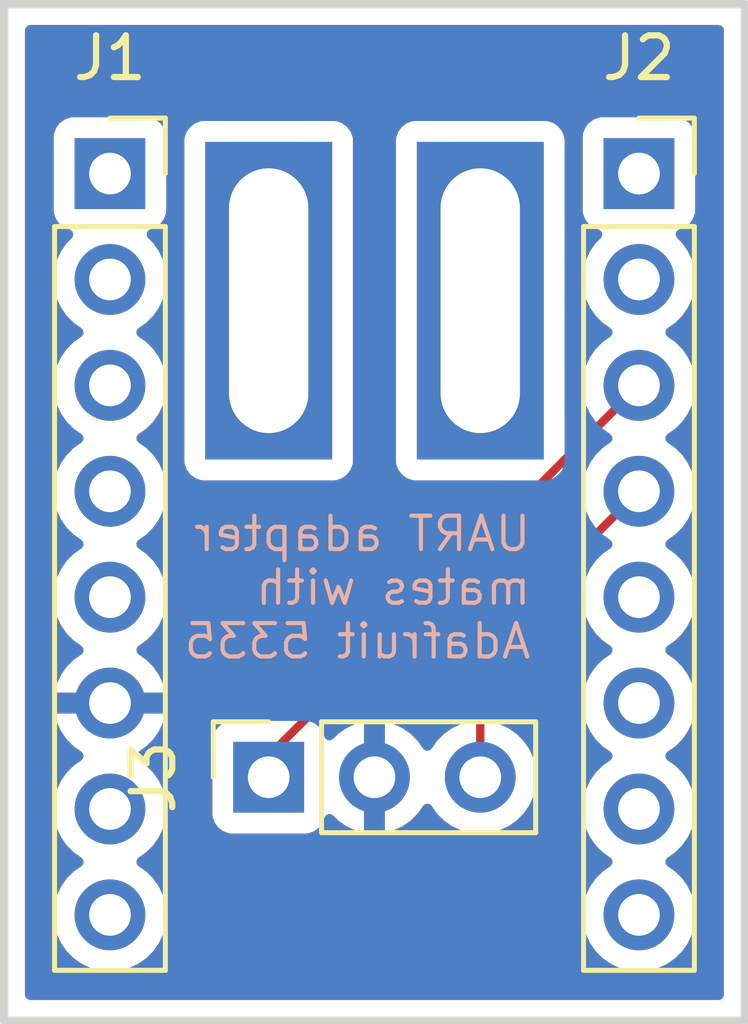
<source format=kicad_pcb>
(kicad_pcb (version 20221018) (generator pcbnew)
  (layers (0 "F.Cu" signal) (31 "B.Cu" signal) (34 "B.Paste" user) (35 "F.Paste" user) (36 "B.SilkS" user "B.Silkscreen") (37 "F.SilkS" user "F.Silkscreen") (38 "B.Mask" user) (39 "F.Mask" user) (44 "Edge.Cuts" user))
  (net 0 "")
  (net 6 "Net-(J1-Pin_6)")
  (net 11 "Net-(J2-Pin_3)")
  (net 12 "Net-(J2-Pin_4)")
  (footprint "Connector_PinSocket_2.54mm:PinSocket_1x08_P2.54mm_Vertical" (layer "F.Cu") (at 96.52 70.611)
    (fp_text reference "J2" (at 0 -2.77) (layer "F.SilkS"))
    (fp_text value "Conn_01x08_MountingPin" hide)
    (fp_line (start -1.33 1.27) (end -1.33 19.11) (stroke (width 0.12)) (layer "F.SilkS"))
    (fp_line (start -1.33 1.27) (end 1.33 1.27) (stroke (width 0.12)) (layer "F.SilkS"))
    (fp_line (start -1.33 19.11) (end 1.33 19.11) (stroke (width 0.12)) (layer "F.SilkS"))
    (fp_line (start 0 -1.33) (end 1.33 -1.33) (stroke (width 0.12)) (layer "F.SilkS"))
    (fp_line (start 1.33 -1.33) (end 1.33 0) (stroke (width 0.12)) (layer "F.SilkS"))
    (fp_line (start 1.33 1.27) (end 1.33 19.11) (stroke (width 0.12)) (layer "F.SilkS"))
    (pad "1" thru_hole rect (at 0 0) (size 1.7 1.7) (drill 1) (layers "*.Cu" "*.Mask"))
    (pad "2" thru_hole oval (at 0 2.54) (size 1.7 1.7) (drill 1) (layers "*.Cu" "*.Mask"))
    (pad "3" thru_hole oval (at 0 5.08) (size 1.7 1.7) (drill 1) (layers "*.Cu" "*.Mask") (net 11 "Net-(J2-Pin_3)"))
    (pad "4" thru_hole oval (at 0 7.62) (size 1.7 1.7) (drill 1) (layers "*.Cu" "*.Mask") (net 12 "Net-(J2-Pin_4)"))
    (pad "5" thru_hole oval (at 0 10.16) (size 1.7 1.7) (drill 1) (layers "*.Cu" "*.Mask"))
    (pad "6" thru_hole oval (at 0 12.7) (size 1.7 1.7) (drill 1) (layers "*.Cu" "*.Mask"))
    (pad "7" thru_hole oval (at 0 15.24) (size 1.7 1.7) (drill 1) (layers "*.Cu" "*.Mask"))
    (pad "8" thru_hole oval (at 0 17.78) (size 1.7 1.7) (drill 1) (layers "*.Cu" "*.Mask"))
  )
  (footprint "Slots:Slot_For_Zipties" (layer "F.Cu") (at 87.63 73.66)
    (fp_text reference "H1" hide)
    (fp_text value "MountingHole" hide)
    (pad "1" thru_hole rect (at 0 0) (size 3.048 7.62) (drill oval 1.905 6.35) (layers "*.Cu" "*.Mask"))
  )
  (footprint "Connector_PinSocket_2.54mm:PinSocket_1x03_P2.54mm_Vertical" (layer "F.Cu") (at 87.63 85.09 90)
    (fp_text reference "J3" (at 0 -2.77 90) (layer "F.SilkS"))
    (fp_text value "Conn_01x03_MountingPin" hide)
    (fp_line (start -1.33 1.27) (end -1.33 6.41) (stroke (width 0.12)) (layer "F.SilkS"))
    (fp_line (start -1.33 1.27) (end 1.33 1.27) (stroke (width 0.12)) (layer "F.SilkS"))
    (fp_line (start -1.33 6.41) (end 1.33 6.41) (stroke (width 0.12)) (layer "F.SilkS"))
    (fp_line (start 0 -1.33) (end 1.33 -1.33) (stroke (width 0.12)) (layer "F.SilkS"))
    (fp_line (start 1.33 -1.33) (end 1.33 0) (stroke (width 0.12)) (layer "F.SilkS"))
    (fp_line (start 1.33 1.27) (end 1.33 6.41) (stroke (width 0.12)) (layer "F.SilkS"))
    (pad "1" thru_hole rect (at 0 0 90) (size 1.7 1.7) (drill 1) (layers "*.Cu" "*.Mask") (net 11 "Net-(J2-Pin_3)"))
    (pad "2" thru_hole oval (at 0 2.54 90) (size 1.7 1.7) (drill 1) (layers "*.Cu" "*.Mask") (net 6 "Net-(J1-Pin_6)"))
    (pad "3" thru_hole oval (at 0 5.08 90) (size 1.7 1.7) (drill 1) (layers "*.Cu" "*.Mask") (net 12 "Net-(J2-Pin_4)"))
  )
  (footprint "Slots:Slot_For_Zipties" (layer "F.Cu") (at 92.71 73.66)
    (fp_text reference "H2" hide)
    (fp_text value "MountingHole" hide)
    (pad "1" thru_hole rect (at 0 0) (size 3.048 7.62) (drill oval 1.905 6.35) (layers "*.Cu" "*.Mask"))
  )
  (footprint "Connector_PinSocket_2.54mm:PinSocket_1x08_P2.54mm_Vertical" (layer "F.Cu") (at 83.82 70.611)
    (fp_text reference "J1" (at 0 -2.77) (layer "F.SilkS"))
    (fp_text value "Conn_01x08_MountingPin" hide)
    (fp_line (start -1.33 1.27) (end -1.33 19.11) (stroke (width 0.12)) (layer "F.SilkS"))
    (fp_line (start -1.33 1.27) (end 1.33 1.27) (stroke (width 0.12)) (layer "F.SilkS"))
    (fp_line (start -1.33 19.11) (end 1.33 19.11) (stroke (width 0.12)) (layer "F.SilkS"))
    (fp_line (start 0 -1.33) (end 1.33 -1.33) (stroke (width 0.12)) (layer "F.SilkS"))
    (fp_line (start 1.33 -1.33) (end 1.33 0) (stroke (width 0.12)) (layer "F.SilkS"))
    (fp_line (start 1.33 1.27) (end 1.33 19.11) (stroke (width 0.12)) (layer "F.SilkS"))
    (pad "1" thru_hole rect (at 0 0) (size 1.7 1.7) (drill 1) (layers "*.Cu" "*.Mask"))
    (pad "2" thru_hole oval (at 0 2.54) (size 1.7 1.7) (drill 1) (layers "*.Cu" "*.Mask"))
    (pad "3" thru_hole oval (at 0 5.08) (size 1.7 1.7) (drill 1) (layers "*.Cu" "*.Mask"))
    (pad "4" thru_hole oval (at 0 7.62) (size 1.7 1.7) (drill 1) (layers "*.Cu" "*.Mask"))
    (pad "5" thru_hole oval (at 0 10.16) (size 1.7 1.7) (drill 1) (layers "*.Cu" "*.Mask"))
    (pad "6" thru_hole oval (at 0 12.7) (size 1.7 1.7) (drill 1) (layers "*.Cu" "*.Mask") (net 6 "Net-(J1-Pin_6)"))
    (pad "7" thru_hole oval (at 0 15.24) (size 1.7 1.7) (drill 1) (layers "*.Cu" "*.Mask"))
    (pad "8" thru_hole oval (at 0 17.78) (size 1.7 1.7) (drill 1) (layers "*.Cu" "*.Mask"))
  )
  (gr_rect (start 81.28 66.548) (end 99.06 90.932) (stroke (width 0.2)) (fill none) (layer "Edge.Cuts"))
  (gr_text "UART adapter\nmates with\nAdafruit 5335" (at 93.98 82.296) (layer "B.SilkS") (effects (font (size 0.8 0.8) (thickness 0.1)) (justify left bottom mirror)))
  (segment (start 96.52 75.691) (end 87.63 84.581) (width 0.2) (layer "F.Cu") (net 11))
  (segment (start 87.63 84.581) (end 87.63 85.09) (width 0.2) (layer "F.Cu") (net 11))
  (segment (start 92.71 82.041) (end 92.71 85.09) (width 0.2) (layer "F.Cu") (net 12))
  (segment (start 96.52 78.231) (end 92.71 82.041) (width 0.2) (layer "F.Cu") (net 12))
  (zone (net 6) (net_name "Net-(J1-Pin_6)") (layer "F.Cu") (connect_pads (clearance 0.5)) (min_thickness 0.25) (fill yes (thermal_gap 0.5) (thermal_bridge_width 0.5))
    (polygon (pts (xy 99.06 66.548) (xy 99.06 90.932) (xy 81.28 90.932) (xy 81.28 66.548)))
  )
  (zone (net 6) (net_name "Net-(J1-Pin_6)") (layer "B.Cu") (priority 1) (connect_pads (clearance 0.5)) (min_thickness 0.25) (fill yes (thermal_gap 0.5) (thermal_bridge_width 0.5))
    (polygon (pts (xy 81.28 66.548) (xy 99.06 66.548) (xy 99.06 90.932) (xy 81.28 90.932)))
  )
)
</source>
